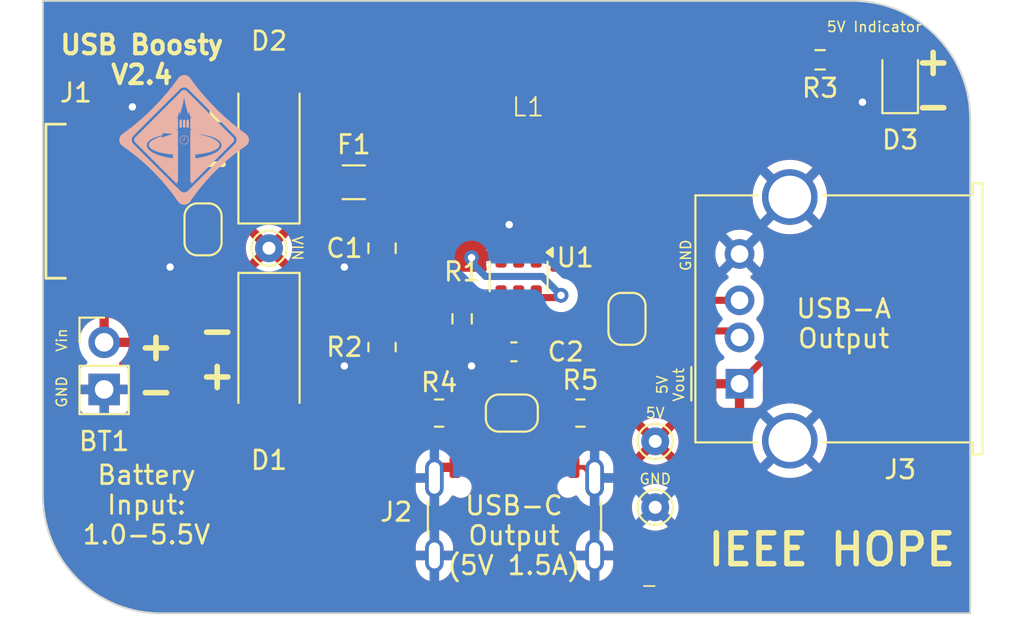
<source format=kicad_pcb>
(kicad_pcb (version 20240108) (generator "pcbnew") (generator_version "8.0")
  (layers (0 "F.Cu" signal) (31 "B.Cu" signal) (34 "B.Paste" user) (35 "F.Paste" user) (36 "B.SilkS" user "B.Silkscreen") (37 "F.SilkS" user "F.Silkscreen") (38 "B.Mask" user) (39 "F.Mask" user) (44 "Edge.Cuts" user))
  (net 0 "")
  (net 1 "GND")
  (net 2 "/V_BAT")
  (net 3 "+5V")
  (net 4 "Net-(BT1-+)")
  (net 5 "Net-(U1-EN)")
  (net 6 "Net-(D3-A)")
  (net 7 "Net-(D2-A)")
  (net 9 "Net-(J1-D-)")
  (net 10 "Net-(J1-D+)")
  (net 11 "Net-(J2-CC1)")
  (net 12 "Net-(JP3-A)")
  (net 14 "Net-(JP3-B)")
  (net 15 "Net-(J2-CC2)")
  (net 17 "Net-(J3-D+)")
  (net 18 "Net-(J3-D-)")
  (net 19 "Net-(U1-SW)")
  (net 20 "Net-(U1-V_{FB})")
  (footprint "Package_TO_SOT_SMD:SOT-23-6" (layer "F.Cu") (at 113.284 104.394 -90)
    (property "Reference" "U1" (at -1.016 -3.048 180) (layer "F.SilkS"))
    (property "Value" "TLV61070ADBV")
    (pad "1" smd roundrect (at -1.1375 -0.95 270) (size 1.325 0.6) (layers "F.Cu" "F.Paste" "F.Mask") (net 19 "Net-(U1-SW)"))
    (pad "2" smd roundrect (at -1.1375 0 270) (size 1.325 0.6) (layers "F.Cu" "F.Paste" "F.Mask") (net 1 "GND"))
    (pad "3" smd roundrect (at -1.1375 0.95 270) (size 1.325 0.6) (layers "F.Cu" "F.Paste" "F.Mask") (net 5 "Net-(U1-EN)"))
    (pad "4" smd roundrect (at 1.1375 0.95 270) (size 1.325 0.6) (layers "F.Cu" "F.Paste" "F.Mask") (net 20 "Net-(U1-V_{FB})"))
    (pad "5" smd roundrect (at 1.1375 0 270) (size 1.325 0.6) (layers "F.Cu" "F.Paste" "F.Mask") (net 3 "+5V"))
    (pad "6" smd roundrect (at 1.1375 -0.95 270) (size 1.325 0.6) (layers "F.Cu" "F.Paste" "F.Mask") (net 5 "Net-(U1-EN)"))
  )
  (footprint "Resistor_SMD:R_0603_1608Metric_Pad0.98x0.95mm_HandSolder" (layer "F.Cu") (at 110.236 106.68 90)
    (property "Reference" "R1" (at 2.54 0 180) (layer "F.SilkS"))
    (property "Value" "91k")
    (pad "1" smd roundrect (at -0.9125 0 90) (size 0.975 0.95) (layers "F.Cu" "F.Paste" "F.Mask") (net 3 "+5V"))
    (pad "2" smd roundrect (at 0.9125 0 90) (size 0.975 0.95) (layers "F.Cu" "F.Paste" "F.Mask") (net 20 "Net-(U1-V_{FB})"))
  )
  (footprint "Connector_PinHeader_2.54mm:PinHeader_1x02_P2.54mm_Vertical" (layer "F.Cu") (at 90.932 107.945)
    (property "Reference" "BT1" (hide yes))
    (property "Value" "Battery_Cell")
    (pad "1" thru_hole oval (at 0 0) (size 1.7 1.7) (drill 1) (layers "*.Cu" "*.Mask") (net 4 "Net-(BT1-+)"))
    (pad "2" thru_hole rect (at 0 2.54) (size 1.7 1.7) (drill 1) (layers "*.Cu" "*.Mask") (net 1 "GND"))
  )
  (footprint "Capacitor_SMD:C_0805_2012Metric_Pad1.18x1.45mm_HandSolder" (layer "F.Cu") (at 105.918 102.87 -90)
    (property "Reference" "C1" (at 0 2.032 180) (layer "F.SilkS"))
    (property "Value" "4.7u")
    (pad "1" smd roundrect (at -1.0375 0 270) (size 1.175 1.45) (layers "F.Cu" "F.Paste" "F.Mask") (roundrect_rratio 0.2127659574) (net 5 "Net-(U1-EN)"))
    (pad "2" smd roundrect (at 1.0375 0 270) (size 1.175 1.45) (layers "F.Cu" "F.Paste" "F.Mask") (roundrect_rratio 0.2127659574) (net 1 "GND"))
  )
  (footprint "TestPoint:TestPoint_THTPad_D1.5mm_Drill0.7mm" (layer "F.Cu") (at 120.65 116.84)
    (property "Reference" "REF**" (hide yes))
    (property "Value" "TestPoint_THTPad_D1.5mm_Drill0.7mm")
    (pad "1" thru_hole circle (at 0 0) (size 1.5 1.5) (drill 0.7) (layers "*.Cu" "*.Mask") (net 1 "GND"))
  )
  (footprint "Resistor_SMD:R_0603_1608Metric_Pad0.98x0.95mm_HandSolder" (layer "F.Cu") (at 129.54 92.71)
    (property "Reference" "R3" (at 0 1.524 0) (layer "F.SilkS"))
    (property "Value" "220")
    (pad "1" smd roundrect (at -0.9125 0) (size 0.975 0.95) (layers "F.Cu" "F.Paste" "F.Mask") (net 3 "+5V"))
    (pad "2" smd roundrect (at 0.9125 0) (size 0.975 0.95) (layers "F.Cu" "F.Paste" "F.Mask") (net 6 "Net-(D3-A)"))
  )
  (footprint "Jumper:SolderJumper-2_P1.3mm_Bridged_RoundedPad1.0x1.5mm" (layer "F.Cu") (at 119.126 106.68 90)
    (property "Reference" "JP2" (hide yes))
    (property "Value" "SolderJumper_2_Bridged")
    (fp_poly (pts (xy 0.25 -0.3) (xy -0.25 -0.3) (xy -0.25 0.3) (xy 0.25 0.3)) (fill solid) (layer "F.Cu"))
    (pad "1" smd custom (at -0.65 0 90) (size 1 0.5) (layers "F.Cu" "F.Mask") (net 18 "Net-(J3-D-)") (options (clearance outline) (anchor rect)) (primitives (gr_circle (center 0 0.25) (end 0.5 0.25) (width 0) (fill yes)) (gr_circle (center 0 -0.25) (end 0.5 -0.25) (width 0) (fill yes)) (gr_poly (pts (xy 0.5 0.75) (xy 0 0.75) (xy 0 -0.75) (xy 0.5 -0.75)) (width 0) (fill yes))))
    (pad "2" smd custom (at 0.65 0 90) (size 1 0.5) (layers "F.Cu" "F.Mask") (net 17 "Net-(J3-D+)") (options (clearance outline) (anchor rect)) (primitives (gr_circle (center 0 0.25) (end 0.5 0.25) (width 0) (fill yes)) (gr_circle (center 0 -0.25) (end 0.5 -0.25) (width 0) (fill yes)) (gr_poly (pts (xy 0 0.75) (xy -0.5 0.75) (xy -0.5 -0.75) (xy 0 -0.75)) (width 0) (fill yes))))
  )
  (footprint "Jumper:SolderJumper-2_P1.3mm_Bridged_RoundedPad1.0x1.5mm" (layer "F.Cu") (at 112.918 111.76 180)
    (property "Reference" "JP3" (hide yes))
    (property "Value" "SolderJumper_2_Bridged")
    (fp_poly (pts (xy 0.25 -0.3) (xy -0.25 -0.3) (xy -0.25 0.3) (xy 0.25 0.3)) (fill solid) (layer "F.Cu"))
    (pad "1" smd custom (at -0.65 0 180) (size 1 0.5) (layers "F.Cu" "F.Mask") (net 12 "Net-(JP3-A)") (options (clearance outline) (anchor rect)) (primitives (gr_circle (center 0 0.25) (end 0.5 0.25) (width 0) (fill yes)) (gr_circle (center 0 -0.25) (end 0.5 -0.25) (width 0) (fill yes)) (gr_poly (pts (xy 0.5 0.75) (xy 0 0.75) (xy 0 -0.75) (xy 0.5 -0.75)) (width 0) (fill yes))))
    (pad "2" smd custom (at 0.65 0 180) (size 1 0.5) (layers "F.Cu" "F.Mask") (net 14 "Net-(JP3-B)") (options (clearance outline) (anchor rect)) (primitives (gr_circle (center 0 0.25) (end 0.5 0.25) (width 0) (fill yes)) (gr_circle (center 0 -0.25) (end 0.5 -0.25) (width 0) (fill yes)) (gr_poly (pts (xy 0 0.75) (xy -0.5 0.75) (xy -0.5 -0.75) (xy 0 -0.75)) (width 0) (fill yes))))
  )
  (footprint "Resistor_SMD:R_0805_2012Metric_Pad1.20x1.40mm_HandSolder" (layer "F.Cu") (at 105.918 108.204 -90)
    (property "Reference" "R2" (at 0 2.032 180) (layer "F.SilkS"))
    (property "Value" "10k")
    (pad "1" smd roundrect (at -1 0 270) (size 1.2 1.4) (layers "F.Cu" "F.Paste" "F.Mask") (roundrect_rratio 0.208333) (net 20 "Net-(U1-V_{FB})"))
    (pad "2" smd roundrect (at 1 0 270) (size 1.2 1.4) (layers "F.Cu" "F.Paste" "F.Mask") (roundrect_rratio 0.208333) (net 1 "GND"))
  )
  (footprint "Resistor_SMD:R_0805_2012Metric_Pad1.20x1.40mm_HandSolder" (layer "F.Cu") (at 116.616 111.76 180)
    (property "Reference" "R5" (at 0 1.778 0) (layer "F.SilkS"))
    (property "Value" "10k")
    (pad "1" smd roundrect (at -1 0 180) (size 1.2 1.4) (layers "F.Cu" "F.Paste" "F.Mask") (roundrect_rratio 0.208333) (net 3 "+5V"))
    (pad "2" smd roundrect (at 1 0 180) (size 1.2 1.4) (layers "F.Cu" "F.Paste" "F.Mask") (roundrect_rratio 0.208333) (net 15 "Net-(J2-CC2)"))
  )
  (footprint "Capacitor_SMD:C_0603_1608Metric_Pad1.08x0.95mm_HandSolder" (layer "F.Cu") (at 113.03 108.458 180)
    (property "Reference" "C2" (at -2.794 0 0) (layer "F.SilkS"))
    (property "Value" "22uF")
    (pad "1" smd roundrect (at -0.8625 0 180) (size 1.075 0.95) (layers "F.Cu" "F.Paste" "F.Mask") (net 3 "+5V"))
    (pad "2" smd roundrect (at 0.8625 0 180) (size 1.075 0.95) (layers "F.Cu" "F.Paste" "F.Mask") (net 1 "GND"))
  )
  (footprint "Resistor_SMD:R_0805_2012Metric_Pad1.20x1.40mm_HandSolder" (layer "F.Cu") (at 108.996 111.76)
    (property "Reference" "R4" (at 0 -1.65 0) (layer "F.SilkS"))
    (property "Value" "10k")
    (pad "1" smd roundrect (at -1 0) (size 1.2 1.4) (layers "F.Cu" "F.Paste" "F.Mask") (roundrect_rratio 0.208333) (net 3 "+5V"))
    (pad "2" smd roundrect (at 1 0) (size 1.2 1.4) (layers "F.Cu" "F.Paste" "F.Mask") (roundrect_rratio 0.208333) (net 11 "Net-(J2-CC1)"))
  )
  (footprint "Connector_USB:USB_C_Receptacle_GCT_USB4105-xx-A_16P_TopMnt_Horizontal" (layer "F.Cu") (at 113.06 118.364)
    (property "Reference" "J2" (hide yes))
    (property "Value" "USB_C_Receptacle_USB2.0_16P")
    (pad "" np_thru_hole circle (at -2.89 -2.605) (size 0.65 0.65) (drill 0.65) (layers "F&B.Cu" "*.Mask"))
    (pad "" np_thru_hole circle (at 2.89 -2.605) (size 0.65 0.65) (drill 0.65) (layers "F&B.Cu" "*.Mask"))
    (pad "A1" smd roundrect (at -3.2 -3.68) (size 0.6 1.15) (layers "F.Cu" "F.Paste" "F.Mask") (net 1 "GND"))
    (pad "A4" smd roundrect (at -2.4 -3.68) (size 0.6 1.15) (layers "F.Cu" "F.Paste" "F.Mask") (net 3 "+5V"))
    (pad "A5" smd roundrect (at -1.25 -3.68) (size 0.3 1.15) (layers "F.Cu" "F.Paste" "F.Mask") (net 11 "Net-(J2-CC1)"))
    (pad "A6" smd roundrect (at -0.25 -3.68) (size 0.3 1.15) (layers "F.Cu" "F.Paste" "F.Mask") (net 12 "Net-(JP3-A)"))
    (pad "A7" smd roundrect (at 0.25 -3.68) (size 0.3 1.15) (layers "F.Cu" "F.Paste" "F.Mask") (net 14 "Net-(JP3-B)"))
    (pad "A8" smd roundrect (at 1.25 -3.68) (size 0.3 1.15) (layers "F.Cu" "F.Paste" "F.Mask"))
    (pad "A9" smd roundrect (at 2.4 -3.68) (size 0.6 1.15) (layers "F.Cu" "F.Paste" "F.Mask") (net 3 "+5V"))
    (pad "A12" smd roundrect (at 3.2 -3.68) (size 0.6 1.15) (layers "F.Cu" "F.Paste" "F.Mask") (net 1 "GND"))
    (pad "B1" smd roundrect (at 3.2 -3.68) (size 0.6 1.15) (layers "F.Cu" "F.Paste" "F.Mask") (net 1 "GND"))
    (pad "B4" smd roundrect (at 2.4 -3.68) (size 0.6 1.15) (layers "F.Cu" "F.Paste" "F.Mask") (net 3 "+5V"))
    (pad "B5" smd roundrect (at 1.75 -3.68) (size 0.3 1.15) (layers "F.Cu" "F.Paste" "F.Mask") (net 15 "Net-(J2-CC2)"))
    (pad "B6" smd roundrect (at 0.75 -3.68) (size 0.3 1.15) (layers "F.Cu" "F.Paste" "F.Mask") (net 12 "Net-(JP3-A)"))
    (pad "B7" smd roundrect (at -0.75 -3.68) (size 0.3 1.15) (layers "F.Cu" "F.Paste" "F.Mask") (net 14 "Net-(JP3-B)"))
    (pad "B8" smd roundrect (at -1.75 -3.68) (size 0.3 1.15) (layers "F.Cu" "F.Paste" "F.Mask"))
    (pad "B9" smd roundrect (at -2.4 -3.68) (size 0.6 1.15) (layers "F.Cu" "F.Paste" "F.Mask") (net 3 "+5V"))
    (pad "B12" smd roundrect (at -3.2 -3.68) (size 0.6 1.15) (layers "F.Cu" "F.Paste" "F.Mask") (net 1 "GND"))
    (pad "S1" thru_hole oval (at -4.32 -3.105) (size 1 2.1) (drill oval 0.6 1.7) (layers "*.Cu" "*.Mask" "F.Paste") (net 1 "GND"))
    (pad "S1" thru_hole oval (at -4.32 1.075) (size 1 1.8) (drill oval 0.6 1.4) (layers "*.Cu" "*.Mask" "F.Paste") (net 1 "GND"))
    (pad "S1" thru_hole oval (at 4.32 -3.105) (size 1 2.1) (drill oval 0.6 1.7) (layers "*.Cu" "*.Mask" "F.Paste") (net 1 "GND"))
    (pad "S1" thru_hole oval (at 4.32 1.075) (size 1 1.8) (drill oval 0.6 1.4) (layers "*.Cu" "*.Mask" "F.Paste") (net 1 "GND"))
  )
  (footprint "Diode_SMD:D_SMA_Handsoldering" (layer "F.Cu") (at 99.822 97.028 90)
    (property "Reference" "D2" (at 5.334 0 180) (layer "F.SilkS"))
    (property "Value" "D_Schottky")
    (pad "1" smd roundrect (at -2.5 0 90) (size 3.5 1.8) (layers "F.Cu" "F.Paste" "F.Mask") (roundrect_rratio 0.1388888889) (net 2 "/V_BAT"))
    (pad "2" smd roundrect (at 2.5 0 90) (size 3.5 1.8) (layers "F.Cu" "F.Paste" "F.Mask") (roundrect_rratio 0.1388888889) (net 7 "Net-(D2-A)"))
  )
  (footprint "TestPoint:TestPoint_THTPad_D1.5mm_Drill0.7mm" (layer "F.Cu") (at 99.822 102.87)
    (property "Reference" "REF**" (hide yes))
    (property "Value" "TestPoint_THTPad_D1.5mm_Drill0.7mm")
    (pad "1" thru_hole circle (at 0 0) (size 1.5 1.5) (drill 0.7) (layers "*.Cu" "*.Mask") (net 2 "/V_BAT"))
  )
  (footprint "LED_SMD:LED_0805_2012Metric_Pad1.15x1.40mm_HandSolder" (layer "F.Cu") (at 133.858 93.726 90)
    (property "Reference" "D3" (at -3.302 0 180) (layer "F.SilkS"))
    (property "Value" "LED")
    (pad "1" smd roundrect (at -1.025 0 90) (size 1.15 1.4) (layers "F.Cu" "F.Paste" "F.Mask") (roundrect_rratio 0.217391) (net 1 "GND"))
    (pad "2" smd roundrect (at 1.025 0 90) (size 1.15 1.4) (layers "F.Cu" "F.Paste" "F.Mask") (roundrect_rratio 0.217391) (net 6 "Net-(D3-A)"))
  )
  (footprint "microusb:TMPA 1005SV-4R7MN-D" (layer "F.Cu") (at 113.792 95.758)
    (property "Reference" "L1" (at 0 -0.5 0) (layer "F.SilkS") (effects (font (thickness 0.1))))
    (property "Value" "4.7u")
    (pad "1" smd rect (at -4.475 0) (size 3.55 3.5) (layers "F.Cu" "F.Paste" "F.Mask") (net 5 "Net-(U1-EN)"))
    (pad "2" smd rect (at 4.475 0) (size 3.55 3.5) (layers "F.Cu" "F.Paste" "F.Mask") (net 19 "Net-(U1-SW)"))
  )
  (footprint "Diode_SMD:D_SMA_Handsoldering" (layer "F.Cu") (at 99.822 108.712 -90)
    (property "Reference" "D1" (at 5.588 0 180) (layer "F.SilkS"))
    (property "Value" "D_Schottky")
    (pad "1" smd roundrect (at -2.5 0 270) (size 3.5 1.8) (layers "F.Cu" "F.Paste" "F.Mask") (roundrect_rratio 0.1388888889) (net 2 "/V_BAT"))
    (pad "2" smd roundrect (at 2.5 0 270) (size 3.5 1.8) (layers "F.Cu" "F.Paste" "F.Mask") (roundrect_rratio 0.1388888889) (net 4 "Net-(BT1-+)"))
  )
  (footprint "Fuse:Fuse_1206_3216Metric_Pad1.42x1.75mm_HandSolder" (layer "F.Cu") (at 104.394 99.314 180)
    (property "Reference" "F1" (at 0 2.032 0) (layer "F.SilkS"))
    (property "Value" "Polyfuse")
    (pad "1" smd roundrect (at -1.4875 0 180) (size 1.425 1.75) (layers "F.Cu" "F.Paste" "F.Mask") (roundrect_rratio 0.175439) (net 5 "Net-(U1-EN)"))
    (pad "2" smd roundrect (at 1.4875 0 180) (size 1.425 1.75) (layers "F.Cu" "F.Paste" "F.Mask") (roundrect_rratio 0.175439) (net 2 "/V_BAT"))
  )
  (footprint "TestPoint:TestPoint_THTPad_D1.5mm_Drill0.7mm" (layer "F.Cu") (at 120.65 113.284)
    (property "Reference" "REF**" (hide yes))
    (property "Value" "TestPoint_THTPad_D1.5mm_Drill0.7mm")
    (pad "1" thru_hole circle (at 0 0) (size 1.5 1.5) (drill 0.7) (layers "*.Cu" "*.Mask") (net 3 "+5V"))
  )
  (footprint "microusb:CONN_10118192-0002LF_AMP" (layer "F.Cu") (at 90.5476 100.335 -90)
    (property "Reference" "J1" (hide yes))
    (property "Value" "USB_B_Micro")
    (pad "1" smd rect (at -1.3 -2.2039 270) (size 0.4064 1.3462) (layers "F.Cu" "F.Paste" "F.Mask") (net 7 "Net-(D2-A)"))
    (pad "2" smd rect (at -0.649999 -2.2039 270) (size 0.4064 1.3462) (layers "F.Cu" "F.Paste" "F.Mask") (net 9 "Net-(J1-D-)"))
    (pad "3" smd rect (at 0 -2.2039 270) (size 0.4064 1.3462) (layers "F.Cu" "F.Paste" "F.Mask") (net 10 "Net-(J1-D+)"))
    (pad "4" smd rect (at 0.649999 -2.2039 270) (size 0.4064 1.3462) (layers "F.Cu" "F.Paste" "F.Mask"))
    (pad "5" smd rect (at 1.3 -2.2039 270) (size 0.4064 1.3462) (layers "F.Cu" "F.Paste" "F.Mask") (net 1 "GND"))
    (pad "6" smd rect (at -3.099999 -2.078899) (size 2.1082 1.6002) (layers "F.Cu" "F.Paste" "F.Mask") (net 1 "GND"))
    (pad "7" smd rect (at 3.099999 -2.078899) (size 2.1082 1.6002) (layers "F.Cu" "F.Paste" "F.Mask"))
    (pad "8" smd rect (at -3.8 0.471101) (size 1.8034 1.905) (layers "F.Cu" "F.Paste" "F.Mask"))
    (pad "9" smd rect (at 3.8 0.471101) (size 1.8034 1.905) (layers "F.Cu" "F.Paste" "F.Mask"))
    (pad "10" smd rect (at -1.2 0.471101) (size 1.905 1.905) (layers "F.Cu" "F.Paste" "F.Mask"))
    (pad "11" smd rect (at 1.2 0.471101) (size 1.905 1.905) (layers "F.Cu" "F.Paste" "F.Mask"))
  )
  (footprint "Connector_USB:USB_A_Molex_67643_Horizontal" (layer "F.Cu") (at 125.196 110.18 90)
    (property "Reference" "J3" (hide yes))
    (property "Value" "USB_A")
    (pad "1" thru_hole rect (at 0 0 90) (size 1.6 1.5) (drill 0.95) (layers "*.Cu" "*.Mask") (net 3 "+5V"))
    (pad "2" thru_hole circle (at 2.5 0 90) (size 1.6 1.6) (drill 0.95) (layers "*.Cu" "*.Mask") (net 18 "Net-(J3-D-)"))
    (pad "3" thru_hole circle (at 4.5 0 90) (size 1.6 1.6) (drill 0.95) (layers "*.Cu" "*.Mask") (net 17 "Net-(J3-D+)"))
    (pad "4" thru_hole circle (at 7 0 90) (size 1.6 1.6) (drill 0.95) (layers "*.Cu" "*.Mask") (net 1 "GND"))
    (pad "5" thru_hole circle (at -3.07 2.71 90) (size 3 3) (drill 2.3) (layers "*.Cu" "*.Mask") (net 1 "GND"))
    (pad "5" thru_hole circle (at 10.07 2.71 90) (size 3 3) (drill 2.3) (layers "*.Cu" "*.Mask") (net 1 "GND"))
  )
  (footprint "Jumper:SolderJumper-2_P1.3mm_Bridged_RoundedPad1.0x1.5mm" (layer "F.Cu") (at 96.266 101.854 -90)
    (property "Reference" "JP1" (hide yes))
    (property "Value" "SolderJumper_2_Bridged")
    (fp_poly (pts (xy 0.25 -0.3) (xy -0.25 -0.3) (xy -0.25 0.3) (xy 0.25 0.3)) (fill solid) (layer "F.Cu"))
    (pad "1" smd custom (at -0.65 0 270) (size 1 0.5) (layers "F.Cu" "F.Mask") (net 9 "Net-(J1-D-)") (options (clearance outline) (anchor rect)) (primitives (gr_circle (center 0 0.25) (end 0.5 0.25) (width 0) (fill yes)) (gr_circle (center 0 -0.25) (end 0.5 -0.25) (width 0) (fill yes)) (gr_poly (pts (xy 0.5 0.75) (xy 0 0.75) (xy 0 -0.75) (xy 0.5 -0.75)) (width 0) (fill yes))))
    (pad "2" smd custom (at 0.65 0 270) (size 1 0.5) (layers "F.Cu" "F.Mask") (net 10 "Net-(J1-D+)") (options (clearance outline) (anchor rect)) (primitives (gr_circle (center 0 0.25) (end 0.5 0.25) (width 0) (fill yes)) (gr_circle (center 0 -0.25) (end 0.5 -0.25) (width 0) (fill yes)) (gr_poly (pts (xy 0 0.75) (xy -0.5 0.75) (xy -0.5 -0.75) (xy 0 -0.75)) (width 0) (fill yes))))
  )
  (footprint "practice-lib:ieee" (layer "B.Cu") (at 95.25 97.028 180)
    (property "Reference" "LOGO1" (hide yes))
    (property "Value" "Logo_Open_Hardware_Small" (hide yes))
  )
  (gr_line (start 87.63 89.535) (end 87.63 116.205) (stroke (width 0.1)) (layer "Edge.Cuts"))
  (gr_line (start 131.28 89.535) (end 87.63 89.535) (stroke (width 0.1)) (layer "Edge.Cuts"))
  (gr_line (start 93.98 122.555) (end 137.63 122.555) (stroke (width 0.1)) (layer "Edge.Cuts"))
  (gr_arc (start 131.28 89.535) (mid 135.770128 91.394872) (end 137.63 95.885) (stroke (width 0.1)) (layer "Edge.Cuts"))
  (gr_line (start 137.63 95.885) (end 137.63 122.555) (stroke (width 0.1)) (layer "Edge.Cuts"))
  (gr_arc (start 93.98 122.555) (mid 89.489872 120.695128) (end 87.63 116.205) (stroke (width 0.1)) (layer "Edge.Cuts"))
  (gr_text "Vout" (at 121.92 110.236 90) (layer "F.SilkS") (effects (font (size 0.555556 0.555556) (thickness 0.083333))))
  (gr_text "+\n-" (at 96.774 97.028 0) (layer "F.SilkS") (effects (font (size 1.5 1.5) (thickness 0.3))))
  (gr_text "5V" (at 120.65 111.76 0) (layer "F.SilkS") (effects (font (size 0.555556 0.555556) (thickness 0.083333))))
  (gr_text "+\n-" (at 97.028 108.712 180) (layer "F.SilkS") (effects (font (size 1.5 1.5) (thickness 0.3))))
  (gr_text "+\n-" (at 135.636 93.98 0) (layer "F.SilkS") (effects (font (size 1.5 1.5) (thickness 0.3))))
  (gr_text "Vin\n" (at 88.646 107.823 90) (layer "F.SilkS") (effects (font (size 0.555556 0.555556) (thickness 0.083333))))
  (gr_text "BT1\n" (at 90.932 113.284 0) (layer "F.SilkS") (effects (font (size 1 1))))
  (gr_text "+\n-" (at 93.726 109.347 0) (layer "F.SilkS") (effects (font (size 1.5 1.5) (thickness 0.3))))
  (gr_text "GND" (at 88.646 110.617 90) (layer "F.SilkS") (effects (font (size 0.555556 0.555556) (thickness 0.083333))))
  (gr_text "USB-C\nOutput\n(5V 1.5A)" (at 113.03 118.364 0) (layer "F.SilkS") (effects (font (size 1 1))))
  (gr_text "J2\n" (at 106.68 117.094 0) (layer "F.SilkS") (effects (font (size 1 1))))
  (gr_text "GND" (at 120.65 115.316 0) (layer "F.SilkS") (effects (font (size 0.555556 0.555556) (thickness 0.083333))))
  (gr_text "-" (at 120.332 121.031 0) (layer "F.SilkS") (effects (font (size 0.75 0.75) (thickness 0.09375))))
  (gr_text "J1\n" (at 89.408 94.488 0) (layer "F.SilkS") (effects (font (size 1 1))))
  (gr_text "Battery\nInput:\n1.0-5.5V" (at 93.218 116.713 0) (layer "F.SilkS") (effects (font (size 1 1))))
  (gr_text "J3\n" (at 133.858 114.808 0) (layer "F.SilkS") (effects (font (size 1 1))))
  (gr_text "GND" (at 122.301 103.251 90) (layer "F.SilkS") (effects (font (size 0.555556 0.555556) (thickness 0.083333))))
  (gr_text "USB Boosty\nV2.4" (at 92.964 92.71 0) (layer "F.SilkS") (effects (font (size 1 1) (thickness 0.225))))
  (gr_text "5V Indicator\n" (at 132.461 90.932 0) (layer "F.SilkS") (effects (font (size 0.555556 0.555556) (thickness 0.083333))))
  (gr_text "VIN" (at 101.346 102.87 270) (layer "F.SilkS") (effects (font (size 0.555556 0.555556) (thickness 0.083333))))
  (gr_text "5V" (at 121.031 110.236 90) (layer "F.SilkS") (effects (font (size 0.555556 0.555556) (thickness 0.083333))))
  (gr_text "IEEE HOPE" (at 130.175 119.126 0) (layer "F.SilkS") (effects (font (size 1.666668 1.666668) (thickness 0.3))))
  (gr_text "USB-A\nOutput" (at 130.81 106.934 0) (layer "F.SilkS") (effects (font (size 1 1))))
  (segment (start 109.315 114.684) (end 108.74 115.259) (width 0.254) (layer "F.Cu") (net 1))
  (segment (start 112.1675 108.458) (end 111.506 108.458) (width 0.381) (layer "F.Cu") (net 1))
  (segment (start 92.626499 95.420499) (end 92.456 95.25) (width 0.381) (layer "F.Cu") (net 1))
  (segment (start 103.902 109.204) (end 103.886 109.22) (width 0.381) (layer "F.Cu") (net 1))
  (segment (start 132.071 94.751) (end 131.826 94.996) (width 0.381) (layer "F.Cu") (net 1))
  (segment (start 111.506 108.458) (end 110.744 109.22) (width 0.381) (layer "F.Cu") (net 1))
  (segment (start 116.26 114.684) (end 116.805 114.684) (width 0.254) (layer "F.Cu") (net 1))
  (segment (start 105.918 109.204) (end 103.902 109.204) (width 0.381) (layer "F.Cu") (net 1))
  (segment (start 133.858 94.751) (end 132.071 94.751) (width 0.381) (layer "F.Cu") (net 1))
  (segment (start 93.8056 101.635) (end 94.488 102.3174) (width 0.381) (layer "F.Cu") (net 1))
  (segment (start 92.7515 101.635) (end 93.8056 101.635) (width 0.381) (layer "F.Cu") (net 1))
  (segment (start 92.626499 97.235001) (end 92.626499 95.420499) (width 0.381) (layer "F.Cu") (net 1))
  (segment (start 113.284 103.2565) (end 113.284 102.108) (width 0.381) (layer "F.Cu") (net 1))
  (segment (start 116.805 114.684) (end 117.38 115.259) (width 0.254) (layer "F.Cu") (net 1))
  (segment (start 103.9075 103.9075) (end 103.886 103.886) (width 0.381) (layer "F.Cu") (net 1))
  (segment (start 105.918 103.9075) (end 103.9075 103.9075) (width 0.381) (layer "F.Cu") (net 1))
  (segment (start 94.488 102.3174) (end 94.488 103.886) (width 0.381) (layer "F.Cu") (net 1))
  (segment (start 109.86 114.684) (end 109.315 114.684) (width 0.254) (layer "F.Cu") (net 1))
  (segment (start 113.284 102.108) (end 112.776 101.6) (width 0.381) (layer "F.Cu") (net 1))
  (via (at 92.456 95.25) (size 0.8) (drill 0.4) (layers "F.Cu" "B.Cu") (net 1))
  (via (at 110.744 109.22) (size 0.8) (drill 0.4) (layers "F.Cu" "B.Cu") (net 1))
  (via (at 131.826 94.996) (size 0.8) (drill 0.4) (layers "F.Cu" "B.Cu") (net 1))
  (via (at 103.886 103.886) (size 0.8) (drill 0.4) (layers "F.Cu" "B.Cu") (net 1))
  (via (at 103.886 109.22) (size 0.8) (drill 0.4) (layers "F.Cu" "B.Cu") (net 1))
  (via (at 94.488 103.886) (size 0.8) (drill 0.4) (layers "F.Cu" "B.Cu") (net 1))
  (via (at 112.776 101.6) (size 0.8) (drill 0.4) (layers "F.Cu" "B.Cu") (net 1))
  (segment (start 128.6275 96.1155) (end 128.6275 92.71) (width 0.381) (layer "F.Cu") (net 3))
  (segment (start 131.064 98.552) (end 128.6275 96.1155) (width 0.381) (layer "F.Cu") (net 3))
  (segment (start 131.064 104.312) (end 131.064 98.552) (width 0.381) (layer "F.Cu") (net 3))
  (segment (start 125.196 110.18) (end 131.064 104.312) (width 0.381) (layer "F.Cu") (net 3))
  (segment (start 112.2125 103.378) (end 112.334 103.2565) (width 0.381) (layer "F.Cu") (net 5))
  (segment (start 110.744 103.378) (end 112.2125 103.378) (width 0.381) (layer "F.Cu") (net 5))
  (segment (start 115.4485 105.5315) (end 115.57 105.41) (width 0.381) (layer "F.Cu") (net 5))
  (segment (start 114.234 105.5315) (end 115.4485 105.5315) (width 0.381) (layer "F.Cu") (net 5))
  (via (at 110.744 103.378) (size 0.8) (drill 0.4) (layers "F.Cu" "B.Cu") (net 5))
  (via (at 115.57 105.41) (size 0.8) (drill 0.4) (layers "F.Cu" "B.Cu") (net 5))
  (segment (start 110.744 103.632) (end 110.744 103.378) (width 0.381) (layer "B.Cu") (net 5))
  (segment (start 114.554 104.394) (end 111.506 104.394) (width 0.381) (layer "B.Cu") (net 5))
  (segment (start 115.57 105.41) (end 114.554 104.394) (width 0.381) (layer "B.Cu") (net 5))
  (segment (start 111.506 104.394) (end 110.744 103.632) (width 0.381) (layer "B.Cu") (net 5))
  (segment (start 130.4525 92.71) (end 133.849 92.71) (width 0.381) (layer "F.Cu") (net 6))
  (segment (start 133.849 92.71) (end 133.858 92.701) (width 0.381) (layer "F.Cu") (net 6))
  (segment (start 97.028 96.012) (end 98.338 96.012) (width 0.381) (layer "F.Cu") (net 7))
  (segment (start 94.005 99.035) (end 97.028 96.012) (width 0.381) (layer "F.Cu") (net 7))
  (segment (start 92.7515 99.035) (end 94.005 99.035) (width 0.381) (layer "F.Cu") (net 7))
  (segment (start 98.338 96.012) (end 99.822 94.528) (width 0.381) (layer "F.Cu") (net 7))
  (segment (start 92.7515 99.685001) (end 94.747001 99.685001) (width 0.381) (layer "F.Cu") (net 9))
  (segment (start 94.747001 99.685001) (end 96.266 101.204) (width 0.381) (layer "F.Cu") (net 9))
  (segment (start 93.8056 100.335) (end 93.8056 100.6636) (width 0.381) (layer "F.Cu") (net 10))
  (segment (start 93.8056 100.6636) (end 95.646 102.504) (width 0.381) (layer "F.Cu") (net 10))
  (segment (start 95.646 102.504) (end 96.266 102.504) (width 0.381) (layer "F.Cu") (net 10))
  (segment (start 92.7515 100.335) (end 93.8056 100.335) (width 0.381) (layer "F.Cu") (net 10))
  (segment (start 111.81 114.684) (end 111.81 113.574) (width 0.254) (layer "F.Cu") (net 11))
  (segment (start 111.81 113.574) (end 109.996 111.76) (width 0.254) (layer "F.Cu") (net 11))
  (segment (start 113.81 112.002) (end 113.568 111.76) (width 0.254) (layer "F.Cu") (net 12))
  (segment (start 113.81 115.329592) (end 113.81 114.684) (width 0.254) (layer "F.Cu") (net 12))
  (segment (start 112.81 114.684) (end 112.81 115.329592) (width 0.254) (layer "F.Cu") (net 12))
  (segment (start 112.81 115.329592) (end 113.066408 115.586) (width 0.254) (layer "F.Cu") (net 12))
  (segment (start 113.066408 115.586) (end 113.553592 115.586) (width 0.254) (layer "F.Cu") (net 12))
  (segment (start 113.553592 115.586) (end 113.81 115.329592) (width 0.254) (layer "F.Cu") (net 12))
  (segment (start 113.81 114.684) (end 113.81 112.002) (width 0.254) (layer "F.Cu") (net 12))
  (segment (start 113.31 114.684) (end 113.31 114.038408) (width 0.254) (layer "F.Cu") (net 14))
  (segment (start 112.31 114.038408) (end 112.31 114.684) (width 0.254) (layer "F.Cu") (net 14))
  (segment (start 113.053592 113.782) (end 112.566408 113.782) (width 0.254) (layer "F.Cu") (net 14))
  (segment (start 112.31 114.038408) (end 112.268 113.996408) (width 0.254) (layer "F.Cu") (net 14))
  (segment (start 112.566408 113.782) (end 112.31 114.038408) (width 0.254) (layer "F.Cu") (net 14))
  (segment (start 113.31 114.038408) (end 113.053592 113.782) (width 0.254) (layer "F.Cu") (net 14))
  (segment (start 112.268 113.996408) (end 112.268 111.76) (width 0.254) (layer "F.Cu") (net 14))
  (segment (start 114.81 112.566) (end 115.616 111.76) (width 0.254) (layer "F.Cu") (net 15))
  (segment (start 114.81 114.684) (end 114.81 112.566) (width 0.254) (layer "F.Cu") (net 15))
  (segment (start 119.476 105.68) (end 119.126 106.03) (width 0.381) (layer "F.Cu") (net 17))
  (segment (start 125.196 105.68) (end 119.476 105.68) (width 0.381) (layer "F.Cu") (net 17))
  (segment (start 124.846 107.33) (end 125.196 107.68) (width 0.381) (layer "F.Cu") (net 18))
  (segment (start 119.126 107.33) (end 124.846 107.33) (width 0.381) (layer "F.Cu") (net 18))
  (segment (start 110.236 105.7675) (end 112.098 105.7675) (width 0.381) (layer "F.Cu") (net 20))
  (segment (start 112.098 105.7675) (end 112.334 105.5315) (width 0.381) (layer "F.Cu") (net 20))
  (segment (start 105.918 107.204) (end 108.7995 107.204) (width 0.381) (layer "F.Cu") (net 20))
  (segment (start 108.7995 107.204) (end 110.236 105.7675) (width 0.381) (layer "F.Cu") (net 20))
  (zone (net 3) (net_name "+5V") (layer "F.Cu") (priority 7) (connect_pads (clearance 0.2)) (min_thickness 0.25) (fill yes (thermal_gap 0.5) (thermal_bridge_width 0.5))
    (polygon (pts (xy 118.11 109.728) (xy 121.412 109.728) (xy 122.174 108.966) (xy 126.492 108.966) (xy 126.492 111.506) (xy 123.19 114.808) (xy 118.872 114.808) (xy 118.872 110.49)))
  )
  (zone (net 3) (net_name "+5V") (layer "F.Cu") (priority 3) (connect_pads (clearance 0.2)) (min_thickness 0.1) (fill yes (thermal_gap 0.5) (thermal_bridge_width 0.5))
    (polygon (pts (xy 112.776 106.426) (xy 109.982 106.426) (xy 107.188 109.22) (xy 107.188 112.268) (xy 108.204 113.284) (xy 109.474 113.284) (xy 110.236 114.046) (xy 110.236 115.316) (xy 110.998 115.316) (xy 110.998 113.538) (xy 109.982 112.522) (xy 109.474 112.522) (xy 109.22 112.268) (xy 109.22 110.236) (xy 112.014 107.442) (xy 112.776 107.442)))
  )
  (zone (net 4) (net_name "Net-(BT1-+)") (layer "F.Cu") (priority 6) (connect_pads (clearance 0.2)) (min_thickness 0.25) (fill yes (thermal_gap 0.5) (thermal_bridge_width 0.5))
    (polygon (pts (xy 89.408 109.22) (xy 89.408 106.172) (xy 94.234 106.172) (xy 96.774 108.712) (xy 101.6 108.712) (xy 101.6 113.284) (xy 96.774 113.284) (xy 92.71 109.22)))
  )
  (zone (net 3) (net_name "+5V") (layer "F.Cu") (priority 2) (connect_pads (clearance 0.2)) (min_thickness 0.25) (fill yes (thermal_gap 0.5) (thermal_bridge_width 0.5))
    (polygon (pts (xy 112.776 104.648) (xy 113.792 104.648) (xy 113.792 106.426) (xy 114.808 107.442) (xy 114.808 109.22) (xy 115.316 109.728) (xy 118.11 109.728) (xy 118.872 110.49) (xy 118.872 113.03) (xy 118.11 113.792) (xy 116.078 113.792) (xy 115.824 114.046) (xy 115.824 115.57) (xy 115.062 115.57) (xy 115.062 113.538) (xy 116.332 112.268) (xy 116.332 110.744) (xy 113.792 110.744) (xy 113.03 109.982) (xy 113.03 107.696) (xy 112.776 107.442)))
  )
  (zone (net 5) (net_name "Net-(U1-EN)") (layer "F.Cu") (priority 4) (connect_pads (clearance 0.2)) (min_thickness 0.25) (fill yes (thermal_gap 0.5) (thermal_bridge_width 0.5))
    (polygon (pts (xy 112.776 104.14) (xy 112.776 102.362) (xy 112.014 101.6) (xy 112.014 101.346) (xy 112.522 100.838) (xy 113.284 100.838) (xy 113.284 90.678) (xy 107.696 90.678) (xy 103.886 94.488) (xy 103.886 101.854) (xy 104.902 102.87) (xy 107.188 102.87) (xy 108.204 103.886) (xy 108.204 104.14)))
  )
  (zone (net 19) (net_name "Net-(U1-SW)") (layer "F.Cu") (priority 1) (connect_pads (clearance 0.508)) (min_thickness 0.25) (fill yes (thermal_gap 0.5) (thermal_bridge_width 0.5))
    (polygon (pts (xy 120.142 90.678) (xy 113.538 90.678) (xy 113.538 100.838) (xy 113.792 101.092) (xy 113.792 104.14) (xy 117.856 104.14) (xy 120.142 101.854)))
  )
  (zone (net 1) (net_name "GND") (layer "F.Cu") (connect_pads (clearance 0.508)) (min_thickness 0.254) (fill yes (thermal_gap 0.508) (thermal_bridge_width 0.508))
    (polygon (pts (xy 137.668 122.581) (xy 87.59 122.581) (xy 87.59 89.535) (xy 137.668 89.535)))
  )
  (zone (net 2) (net_name "/V_BAT") (layer "F.Cu") (priority 5) (connect_pads (clearance 0.2)) (min_thickness 0.25) (fill yes (thermal_gap 0.5) (thermal_bridge_width 0.5))
    (polygon (pts (xy 103.886 97.028) (xy 98.298 97.028) (xy 98.298 108.458) (xy 101.6 108.458) (xy 102.616 107.442) (xy 102.616 103.378) (xy 103.886 102.108)))
  )
  (zone (net 1) (net_name "GND") (layer "B.Cu") (connect_pads (clearance 0.508)) (min_thickness 0.254) (fill yes (thermal_gap 0.508) (thermal_bridge_width 0.508))
    (polygon (pts (xy 137.657 122.581) (xy 87.579 122.581) (xy 87.579 89.535) (xy 137.657 89.535)))
  )
)
</source>
